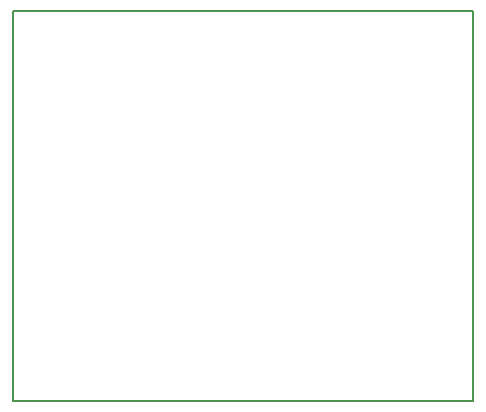
<source format=gm1>
%FSAX24Y24*%
%MOIN*%
G70*
G01*
G75*
G04 Layer_Color=16711935*
%ADD10R,0.1181X0.0827*%
%ADD11R,0.0630X0.0315*%
%ADD12R,0.0433X0.0394*%
%ADD13R,0.0394X0.0433*%
%ADD14R,0.0118X0.0630*%
%ADD15C,0.0157*%
%ADD16C,0.0094*%
%ADD17C,0.0080*%
%ADD18C,0.0591*%
%ADD19R,0.0591X0.0591*%
%ADD20C,0.0665*%
%ADD21R,0.0665X0.0665*%
%ADD22C,0.1874*%
%ADD23C,0.0472*%
%ADD24C,0.0079*%
%ADD25C,0.0098*%
%ADD26C,0.0140*%
%ADD27C,0.0100*%
%ADD28C,0.0059*%
%ADD29R,0.1261X0.0907*%
%ADD30R,0.0710X0.0395*%
%ADD31R,0.0513X0.0474*%
%ADD32R,0.0474X0.0513*%
%ADD33R,0.0198X0.0710*%
%ADD34C,0.0671*%
%ADD35R,0.0671X0.0671*%
%ADD36C,0.0745*%
%ADD37R,0.0745X0.0745*%
%ADD38C,0.1954*%
%ADD39C,0.0552*%
D17*
X057126Y085394D02*
Y098386D01*
X072480Y085394D02*
Y098386D01*
X057126D02*
X072480D01*
X057126Y085394D02*
X072480D01*
X057126D02*
Y098386D01*
X072480Y085394D02*
Y098386D01*
X057126D02*
X072480D01*
X057126Y085394D02*
X072480D01*
M02*

</source>
